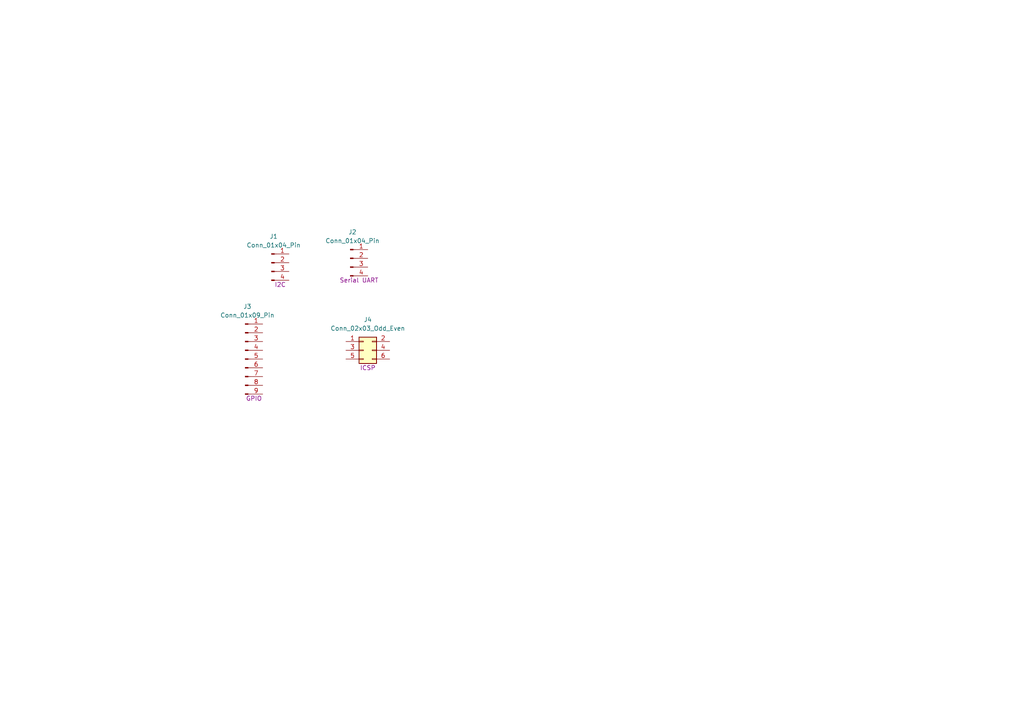
<source format=kicad_sch>
(kicad_sch (version 20230121) (generator eeschema)
  (paper "A4")
  (lib_symbols
    (symbol "Connector:Conn_01x04_Pin" (pin_names (offset 1.016) hide)
      (property "Reference" "J" (at 0 5.08 0))
      (property "Value" "Conn_01x04_Pin" (at 0 -7.62 0))
      (symbol "Conn_01x04_Pin_1_1"
        (polyline (pts (xy 1.27 -5.08) (xy 0.8636 -5.08)) (stroke (width 0.1524)))
        (polyline (pts (xy 1.27 -2.54) (xy 0.8636 -2.54)) (stroke (width 0.1524)))
        (polyline (pts (xy 1.27 0) (xy 0.8636 0)) (stroke (width 0.1524)))
        (polyline (pts (xy 1.27 2.54) (xy 0.8636 2.54)) (stroke (width 0.1524)))
        (rectangle (start 0.8636 -4.953) (end 0 -5.207) (stroke (width 0.1524)) (fill (type outline)))
        (rectangle (start 0.8636 -2.413) (end 0 -2.667) (stroke (width 0.1524)) (fill (type outline)))
        (rectangle (start 0.8636 0.127) (end 0 -0.127) (stroke (width 0.1524)) (fill (type outline)))
        (rectangle (start 0.8636 2.667) (end 0 2.413) (stroke (width 0.1524)) (fill (type outline)))
        (pin passive line (at 5.08 2.54 180) (length 3.81) (name "Pin_1") (number "1"))
        (pin passive line (at 5.08 0 180) (length 3.81) (name "Pin_2") (number "2"))
        (pin passive line (at 5.08 -2.54 180) (length 3.81) (name "Pin_3") (number "3"))
        (pin passive line (at 5.08 -5.08 180) (length 3.81) (name "Pin_4") (number "4"))
      )
    )
    (symbol "Connector:Conn_01x09_Pin" (pin_names (offset 1.016) hide)
      (property "Reference" "J" (at 0 12.7 0))
      (property "Value" "Conn_01x09_Pin" (at 0 -12.7 0))
      (symbol "Conn_01x09_Pin_1_1"
        (polyline (pts (xy 1.27 -10.16) (xy 0.8636 -10.16)) (stroke (width 0.1524)))
        (polyline (pts (xy 1.27 -7.62) (xy 0.8636 -7.62)) (stroke (width 0.1524)))
        (polyline (pts (xy 1.27 -5.08) (xy 0.8636 -5.08)) (stroke (width 0.1524)))
        (polyline (pts (xy 1.27 -2.54) (xy 0.8636 -2.54)) (stroke (width 0.1524)))
        (polyline (pts (xy 1.27 0) (xy 0.8636 0)) (stroke (width 0.1524)))
        (polyline (pts (xy 1.27 2.54) (xy 0.8636 2.54)) (stroke (width 0.1524)))
        (polyline (pts (xy 1.27 5.08) (xy 0.8636 5.08)) (stroke (width 0.1524)))
        (polyline (pts (xy 1.27 7.62) (xy 0.8636 7.62)) (stroke (width 0.1524)))
        (polyline (pts (xy 1.27 10.16) (xy 0.8636 10.16)) (stroke (width 0.1524)))
        (rectangle (start 0.8636 -10.033) (end 0 -10.287) (stroke (width 0.1524)) (fill (type outline)))
        (rectangle (start 0.8636 -7.493) (end 0 -7.747) (stroke (width 0.1524)) (fill (type outline)))
        (rectangle (start 0.8636 -4.953) (end 0 -5.207) (stroke (width 0.1524)) (fill (type outline)))
        (rectangle (start 0.8636 -2.413) (end 0 -2.667) (stroke (width 0.1524)) (fill (type outline)))
        (rectangle (start 0.8636 0.127) (end 0 -0.127) (stroke (width 0.1524)) (fill (type outline)))
        (rectangle (start 0.8636 2.667) (end 0 2.413) (stroke (width 0.1524)) (fill (type outline)))
        (rectangle (start 0.8636 5.207) (end 0 4.953) (stroke (width 0.1524)) (fill (type outline)))
        (rectangle (start 0.8636 7.747) (end 0 7.493) (stroke (width 0.1524)) (fill (type outline)))
        (rectangle (start 0.8636 10.287) (end 0 10.033) (stroke (width 0.1524)) (fill (type outline)))
        (pin passive line (at 5.08 10.16 180) (length 3.81) (name "Pin_1") (number "1"))
        (pin passive line (at 5.08 7.62 180) (length 3.81) (name "Pin_2") (number "2"))
        (pin passive line (at 5.08 5.08 180) (length 3.81) (name "Pin_3") (number "3"))
        (pin passive line (at 5.08 2.54 180) (length 3.81) (name "Pin_4") (number "4"))
        (pin passive line (at 5.08 0 180) (length 3.81) (name "Pin_5") (number "5"))
        (pin passive line (at 5.08 -2.54 180) (length 3.81) (name "Pin_6") (number "6"))
        (pin passive line (at 5.08 -5.08 180) (length 3.81) (name "Pin_7") (number "7"))
        (pin passive line (at 5.08 -7.62 180) (length 3.81) (name "Pin_8") (number "8"))
        (pin passive line (at 5.08 -10.16 180) (length 3.81) (name "Pin_9") (number "9"))
      )
    )
    (symbol "Connector_Generic:Conn_02x03_Odd_Even" (pin_names (offset 1.016) hide)
      (property "Reference" "J" (at 1.27 5.08 0))
      (property "Value" "Conn_02x03_Odd_Even" (at 1.27 -5.08 0))
      (symbol "Conn_02x03_Odd_Even_1_1"
        (rectangle (start -1.27 -2.413) (end 0 -2.667) (stroke (width 0.1524)))
        (rectangle (start -1.27 0.127) (end 0 -0.127) (stroke (width 0.1524)))
        (rectangle (start -1.27 2.667) (end 0 2.413) (stroke (width 0.1524)))
        (rectangle (start -1.27 3.81) (end 3.81 -3.81) (stroke (width 0.254)) (fill (type background)))
        (rectangle (start 3.81 -2.413) (end 2.54 -2.667) (stroke (width 0.1524)))
        (rectangle (start 3.81 0.127) (end 2.54 -0.127) (stroke (width 0.1524)))
        (rectangle (start 3.81 2.667) (end 2.54 2.413) (stroke (width 0.1524)))
        (pin passive line (at -5.08 2.54 0) (length 3.81) (name "Pin_1") (number "1"))
        (pin passive line (at 7.62 2.54 180) (length 3.81) (name "Pin_2") (number "2"))
        (pin passive line (at -5.08 0 0) (length 3.81) (name "Pin_3") (number "3"))
        (pin passive line (at 7.62 0 180) (length 3.81) (name "Pin_4") (number "4"))
        (pin passive line (at -5.08 -2.54 0) (length 3.81) (name "Pin_5") (number "5"))
        (pin passive line (at 7.62 -2.54 180) (length 3.81) (name "Pin_6") (number "6"))
      )
    )
  )
  (symbol (lib_id "Connector:Conn_01x04_Pin") (at 78.74 76.2 0) (unit 1)
    (property "Reference" "J1" (at 79.375 68.58 0))
    (property "Value" "Conn_01x04_Pin" (at 79.375 71.12 0))
    (property "Footprint" "Connector_PinHeader_2.54mm:PinHeader_1x04_P2.54mm_Vertical" (effects hide))
    (property "Purpose" "I2C" (at 81.28 82.55 0))
  )
  (symbol (lib_id "Connector_Generic:Conn_02x03_Odd_Even") (at 105.41 101.6 0) (unit 1)
    (property "Reference" "J4" (at 106.68 92.71 0))
    (property "Value" "Conn_02x03_Odd_Even" (at 106.68 95.25 0))
    (property "Footprint" "Connector_PinHeader_2.54mm:PinHeader_2x03_P2.54mm_Vertical" (effects hide))
    (property "Purpose" "ICSP" (at 106.68 106.68 0))
  )
  (symbol (lib_id "Connector:Conn_01x04_Pin") (at 101.6 74.93 0) (unit 1)
    (property "Reference" "J2" (at 102.235 67.31 0))
    (property "Value" "Conn_01x04_Pin" (at 102.235 69.85 0))
    (property "Footprint" "Connector_PinHeader_2.54mm:PinHeader_1x04_P2.54mm_Vertical" (effects hide))
    (property "Purpose" "Serial UART" (at 104.14 81.28 0))
  )
  (symbol (lib_id "Connector:Conn_01x09_Pin") (at 71.12 104.14 0) (unit 1)
    (property "Reference" "J3" (at 71.755 88.9 0))
    (property "Value" "Conn_01x09_Pin" (at 71.755 91.44 0))
    (property "Footprint" "Connector_PinHeader_2.54mm:PinHeader_1x09_P2.54mm_Vertical" (effects hide))
    (property "Purpose" "GPIO" (at 73.66 115.57 0))
  )
)
</source>
